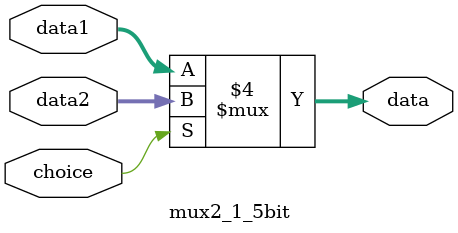
<source format=v>
`timescale 1ns / 1ps
module mux2_1_5bit(
	input [4:0] data1,
	input [4:0] data2,
	input choice,
	output reg [4:0] data
    );
	 always @ (*)
	 begin
			if(choice == 1'b0)data = data1;
			else data = data2;
	 end

endmodule

</source>
